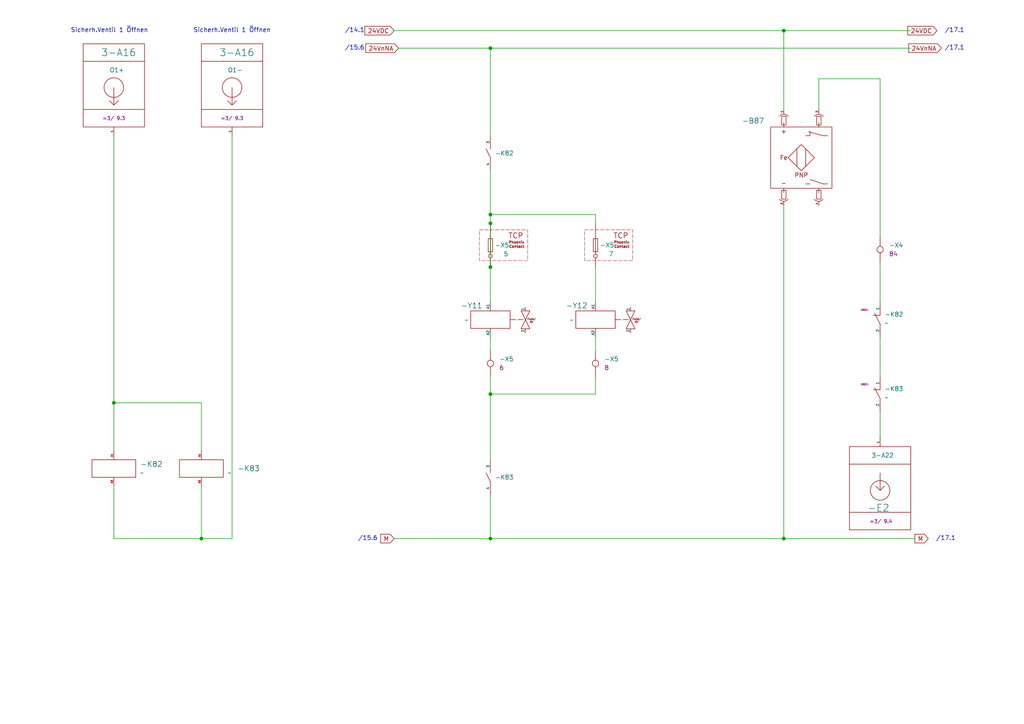
<source format=kicad_sch>
(kicad_sch (version 20250114) (generator "eeschema") (generator_version "9.0")
  (paper "A4")
  (title_block (comment 4 "3"))
  (lib_symbols
    (symbol "TCP_(X)_1" (pin_numbers (hide yes)) (pin_names (offset 0) (hide yes))
      (property "Reference" "-X" (at -9.398 7.366 0))
      (symbol "TCP_(X)_1_0_1"
        (polyline (pts (xy -3.81 -5.334) (xy -3.81 -3.81)))
      )
      (symbol "TCP_(X)_1_1_1"
        (rectangle (start -6.985 4.445) (end 6.985 -4.445) (stroke (width 0.1016) (type dash)))
        (rectangle (start -4.445 1.905) (end -3.175 -1.905))
        (circle (center -3.8101 -3.155) (radius 0.5341))
        (polyline (pts (xy -3.81 5.08) (xy -3.81 -2.54)))
        (text "TCP" (at 3.556 2.794 0) (effects (font (size 1.524 1.524))))
        (text "Phoenix\nContact" (at 6.096 0.254 0) (effects (font (size 0.762 0.762)) (justify right)))
        (pin passive line (at -3.81 6.35 270) (length 1.27) (name "") (number ""))
        (pin passive line (at -3.81 -6.35 90) (length 1.016) (name ".") (number ""))
      )
    )
    (symbol "Verbinder_Standart_einfach_(X)_1" (pin_numbers (hide yes)) (pin_names (offset 0))
      (property "Reference" "-X" (at -4.572 2.794 0))
      (property "Nummer" "x" (at 3.048 3.048 0))
      (symbol "Verbinder_Standart_einfach_(X)_1_0_1"
        (polyline (pts (xy 0 1.27) (xy 0 1.016)))
        (circle (center 0 0) (radius 0.9158))
        (polyline (pts (xy 0 -1.27) (xy 0 -1.016)))
      )
      (symbol "Verbinder_Standart_einfach_(X)_1_1_1"
        (pin passive line (at 0 3.81 270) (length 2.54) (name "") (number ""))
        (pin passive line (at 0 -3.81 90) (length 2.54) (name "") (number ""))
      )
    )
    (symbol "Verbinder_Standart_einfach_(X)_2" (pin_numbers (hide yes)) (pin_names (offset 0))
      (property "Reference" "-X" (at -4.572 2.794 0))
      (property "Nummer" "x" (at 3.048 3.048 0))
      (symbol "Verbinder_Standart_einfach_(X)_2_0_1"
        (polyline (pts (xy 0 1.27) (xy 0 1.016)))
        (circle (center 0 0) (radius 0.9158))
        (polyline (pts (xy 0 -1.27) (xy 0 -1.016)))
      )
      (symbol "Verbinder_Standart_einfach_(X)_2_1_1"
        (pin passive line (at 0 3.81 270) (length 2.54) (name "") (number ""))
        (pin passive line (at 0 -3.81 90) (length 2.54) (name "") (number ""))
      )
    )
    (symbol "standart:PLC_IN_(E)" (on_board no)
      (property "Reference" "-E" (at -6.35 10.16 0))
      (property "Target" "=Gruppe/ Seite.Pfad" (at 0.254 -8.382 0))
      (symbol "PLC_IN_(E)_0_1"
        (rectangle (start -8.89 12.7) (end 8.89 -11.43))
        (polyline (pts (xy -8.89 7.62) (xy 8.89 7.62)))
        (polyline (pts (xy -8.89 -6.35) (xy 8.89 -6.35)))
        (polyline (pts (xy 0 5.08) (xy 0 0) (xy 1.27 1.27) (xy 0 0) (xy -1.27 1.27)))
        (circle (center 0 0) (radius 2.8398))
      )
      (symbol "PLC_IN_(E)_1_1"
        (pin input line (at 0 15.24 270) (length 2.54) (name "") (number "1"))
      )
    )
    (symbol "standart:PLC_OUT_(A)" (on_board no)
      (property "Reference" "-A" (at -6.35 10.16 0))
      (property "Target" "=Gruppe/ Seite.Pfad" (at 0 -8.89 0))
      (symbol "PLC_OUT_(A)_0_1"
        (rectangle (start -8.89 12.7) (end 8.89 -11.43))
        (polyline (pts (xy -8.89 7.62) (xy 8.89 7.62)))
        (polyline (pts (xy -8.89 -6.35) (xy 8.89 -6.35)))
        (polyline (pts (xy 0 0) (xy 0 -5.08) (xy 1.27 -3.81) (xy 0 -5.08) (xy -1.27 -3.81)))
        (circle (center 0 0) (radius 2.8398))
      )
      (symbol "PLC_OUT_(A)_1_1"
        (pin output line (at 0 -13.97 90) (length 2.54) (name "") (number "1"))
      )
    )
    (symbol "standart:Relais_(K)_A1-A2" (pin_names (hide yes))
      (property "Reference" "-K" (at -4.572 5.842 0))
      (symbol "Relais_(K)_A1-A2_0_1"
        (rectangle (start -6.35 2.54) (end 6.35 -2.54))
      )
      (symbol "Relais_(K)_A1-A2_1_1"
        (pin passive line (at 0 5.08 270) (length 2.54) (name "") (number "A1"))
        (pin passive line (at 0 -5.08 90) (length 2.54) (name "") (number "A2"))
      )
    )
    (symbol "standart:Relais_(K)_NC" (pin_numbers (hide yes)) (pin_names (offset 0))
      (property "Reference" "-K" (at -4.572 4.318 0))
      (symbol "Relais_(K)_NC_0_1"
        (polyline (pts (xy 0 1.27) (xy -1.944 1.27)))
        (polyline (pts (xy 0 1.27) (xy 0 1.27)))
        (polyline (pts (xy 0 -1.27) (xy -1.5826 1.7804)))
      )
      (symbol "Relais_(K)_NC_1_1"
        (pin passive line (at 0 5.08 270) (length 3.81) (name "1") (number "1"))
        (pin passive line (at 0 -5.08 90) (length 3.81) (name "2") (number "2"))
      )
    )
    (symbol "standart:Relais_(K)_NO" (pin_numbers (hide yes)) (pin_names (offset 0))
      (property "Reference" "-K" (at -4.318 4.318 0))
      (symbol "Relais_(K)_NO_0_1"
        (polyline (pts (xy 0 1.27) (xy 0 1.27)))
        (polyline (pts (xy 0 -1.27) (xy -1.27 1.27)))
      )
      (symbol "Relais_(K)_NO_1_1"
        (pin passive line (at 0 5.08 270) (length 3.81) (name "3") (number "3"))
        (pin passive line (at 0 -5.08 90) (length 3.81) (name "4") (number "4"))
      )
    )
    (symbol "standart:Sensor_PNP_Fe_(B)_NO_NC"
      (property "Reference" "-B" (at -13.97 10.668 0))
      (symbol "Sensor_PNP_Fe_(B)_NO_NC_0_1"
        (rectangle (start -8.89 8.89) (end 8.89 -8.89))
        (polyline (pts (xy -5.08 8.89) (xy -5.08 10.16)))
        (polyline (pts (xy -5.08 -8.89) (xy -5.08 -10.16)))
        (polyline (pts (xy -3.81 0) (xy 0 3.81) (xy 3.81 0) (xy 0 -3.81) (xy -3.81 0)))
        (polyline (pts (xy -1.27 2.54) (xy -1.27 -2.54)))
        (rectangle (start 0 10.16) (end 0 10.16))
        (polyline (pts (xy 1.27 6.35) (xy 2.54 6.35) (xy 2.54 7.62)))
        (polyline (pts (xy 1.27 2.54) (xy 1.27 -2.54)))
        (polyline (pts (xy 1.27 -7.62) (xy 2.54 -7.62)))
        (rectangle (start 5.08 10.16) (end 5.08 10.16))
        (polyline (pts (xy 5.08 8.89) (xy 5.08 10.16)))
        (polyline (pts (xy 5.08 -8.89) (xy 5.08 -10.16)))
        (polyline (pts (xy 6.35 6.35) (xy 2.1612 7.4737)))
        (polyline (pts (xy 6.35 6.35) (xy 7.62 6.35)))
        (polyline (pts (xy 6.35 -7.62) (xy 2.54 -6.35)))
        (polyline (pts (xy 6.35 -7.62) (xy 7.62 -7.62)))
      )
      (symbol "Sensor_PNP_Fe_(B)_NO_NC_1_1"
        (bezier (pts (xy -6.3012 12.0345) (xy -5.0312 13.3045) (xy -3.7612 12.0345) (xy -3.7612 12.0345)))
        (rectangle (start -5.7031 -9.4835) (end -4.4331 -12.0235) (fill (type color)))
        (rectangle (start -5.6833 12.0107) (end -4.4133 9.4707) (fill (type color)))
        (bezier (pts (xy -3.8638 -12.0969) (xy -5.1338 -13.3669) (xy -6.4038 -12.0969) (xy -6.4038 -12.0969)))
        (bezier (pts (xy 3.8093 11.9806) (xy 5.0793 13.2506) (xy 6.3493 11.9806) (xy 6.3493 11.9806)))
        (rectangle (start 4.4492 -9.4835) (end 5.7192 -12.0235) (fill (type color)))
        (rectangle (start 4.451 11.9632) (end 5.721 9.4232) (fill (type color)))
        (bezier (pts (xy 6.2858 -12.1072) (xy 5.0158 -13.3772) (xy 3.7458 -12.1072) (xy 3.7458 -12.1072)))
        (text "+" (at -5.08 7.62 0) (effects (font (size 1.27 1.27))))
        (text "Fe" (at -5.08 0 0) (effects (font (size 1.27 1.27))))
        (text "-" (at -5.08 -7.366 0) (effects (font (size 1.27 1.27))))
        (text "PNP" (at 0 -5.08 0) (effects (font (size 1.27 1.27))))
        (pin passive line (at -5.08 13.97 270) (length 1.27) (name "") (number "1"))
        (pin passive line (at -5.08 -13.97 90) (length 1.27) (name "") (number "3"))
        (pin passive line (at 5.08 13.97 270) (length 1.27) (name "") (number "2"))
        (pin passive line (at 5.08 -13.97 90) (length 1.27) (name "") (number "4"))
      )
    )
    (symbol "standart:TCP_(X)" (pin_numbers (hide yes)) (pin_names (offset 0) (hide yes))
      (property "Reference" "-X" (at -9.398 7.366 0))
      (symbol "TCP_(X)_0_1"
        (polyline (pts (xy -3.81 -5.334) (xy -3.81 -3.81)))
      )
      (symbol "TCP_(X)_1_1"
        (rectangle (start -6.985 4.445) (end 6.985 -4.445) (stroke (width 0.1016) (type dash)))
        (rectangle (start -4.445 1.905) (end -3.175 -1.905))
        (circle (center -3.8101 -3.155) (radius 0.5341))
        (polyline (pts (xy -3.81 5.08) (xy -3.81 -2.54)))
        (text "TCP" (at 3.556 2.794 0) (effects (font (size 1.524 1.524))))
        (text "Phoenix\nContact" (at 6.096 0.254 0) (effects (font (size 0.762 0.762)) (justify right)))
        (pin passive line (at -3.81 6.35 270) (length 1.27) (name "") (number ""))
        (pin passive line (at -3.81 -6.35 90) (length 1.016) (name ".") (number ""))
      )
    )
    (symbol "standart:Ventil_(Y)" (pin_numbers (hide yes)) (pin_names (offset 0))
      (property "Reference" "-Y" (at -8.636 4.064 0))
      (symbol "Ventil_(Y)_0_1"
        (rectangle (start -5.715 2.54) (end 5.715 -2.54))
      )
      (symbol "Ventil_(Y)_1_1"
        (polyline (pts (xy 5.715 0) (xy 9.525 0)) (stroke (width 0) (type dash)))
        (polyline (pts (xy 10.16 0) (xy 8.8857 -2.6619) (xy 11.4257 -2.6619) (xy 10.16 0) (xy 8.89 2.54) (xy 11.43 2.54) (xy 10.16 0)))
        (text "Fluid/\nAir" (at 11.938 -0.254 0) (effects (font (size 0.508 0.508))))
        (pin passive line (at 0 5.08 270) (length 2.54) (name "A1") (number "A1"))
        (pin passive line (at 0 -5.08 90) (length 2.54) (name "A2") (number "A2"))
        (pin passive line (at 10.16 3.556 270) (length 1.016) (name "1") (number "1"))
        (pin passive line (at 10.16 -3.81 90) (length 1.016) (name "2") (number "2"))
      )
    )
    (symbol "standart:Verbinder_Standart_einfach_(X)" (pin_numbers (hide yes)) (pin_names (offset 0))
      (property "Reference" "-X" (at -4.572 2.794 0))
      (property "Nummer" "x" (at 3.048 3.048 0))
      (symbol "Verbinder_Standart_einfach_(X)_0_1"
        (polyline (pts (xy 0 1.27) (xy 0 1.016)))
        (circle (center 0 0) (radius 0.9158))
        (polyline (pts (xy 0 -1.27) (xy 0 -1.016)))
      )
      (symbol "Verbinder_Standart_einfach_(X)_1_1"
        (pin passive line (at 0 3.81 270) (length 2.54) (name "") (number ""))
        (pin passive line (at 0 -3.81 90) (length 2.54) (name "") (number ""))
      )
    )
  )
  (text "Sicherh.Ventil 1 Öffnen" (at 67.31 8.89 0) (effects (font (size 1.27 1.27))))
  (text "/15.6" (at 102.87 13.97 0) (effects (font (size 1.27 1.27))))
  (text "/15.6\n" (at 106.68 156.21 0) (effects (font (size 1.27 1.27))))
  (text "/17.1" (at 276.86 8.89 0) (effects (font (size 1.27 1.27))))
  (text "/17.1\n" (at 274.32 156.21 0) (effects (font (size 1.27 1.27))))
  (text "/14.1" (at 102.87 8.89 0) (effects (font (size 1.27 1.27))))
  (text "Sicherh.Ventil 1 Öffnen" (at 31.75 8.89 0) (effects (font (size 1.27 1.27))))
  (text "/17.1" (at 276.86 13.97 0) (effects (font (size 1.27 1.27))))
  (junction (at 33.02 116.84))
  (junction (at 142.24 114.3))
  (junction (at 142.24 77.47))
  (junction (at 142.24 156.21))
  (junction (at 227.33 156.21))
  (junction (at 58.42 156.21))
  (junction (at 142.24 62.23))
  (junction (at 142.24 13.97))
  (junction (at 227.33 8.89))
  (junction (at 142.24 64.77))
  (wire (pts (xy 33.02 116.84) (xy 58.42 116.84)))
  (wire (pts (xy 114.3 156.21) (xy 142.24 156.21)))
  (wire (pts (xy 172.72 97.79) (xy 172.72 101.6)))
  (wire (pts (xy 67.31 39.37) (xy 67.31 156.21)))
  (wire (pts (xy 142.24 114.3) (xy 142.24 133.35)))
  (wire (pts (xy 142.24 62.23) (xy 172.72 62.23)))
  (wire (pts (xy 115.57 13.97) (xy 142.24 13.97)))
  (wire (pts (xy 172.72 62.23) (xy 172.72 64.77)))
  (wire (pts (xy 114.3 8.89) (xy 227.33 8.89)))
  (wire (pts (xy 142.24 64.77) (xy 142.24 77.47)))
  (wire (pts (xy 142.24 114.3) (xy 172.72 114.3)))
  (wire (pts (xy 227.33 156.21) (xy 265.43 156.21)))
  (wire (pts (xy 255.27 22.86) (xy 255.27 68.58)))
  (wire (pts (xy 227.33 8.89) (xy 264.16 8.89)))
  (wire (pts (xy 142.24 156.21) (xy 227.33 156.21)))
  (wire (pts (xy 58.42 140.97) (xy 58.42 156.21)))
  (wire (pts (xy 58.42 116.84) (xy 58.42 130.81)))
  (wire (pts (xy 33.02 39.37) (xy 33.02 116.84)))
  (wire (pts (xy 227.33 59.69) (xy 227.33 156.21)))
  (wire (pts (xy 33.02 116.84) (xy 33.02 130.81)))
  (wire (pts (xy 142.24 77.47) (xy 142.24 87.63)))
  (wire (pts (xy 237.49 22.86) (xy 237.49 31.75)))
  (wire (pts (xy 237.49 22.86) (xy 255.27 22.86)))
  (wire (pts (xy 142.24 13.97) (xy 264.16 13.97)))
  (wire (pts (xy 142.24 13.97) (xy 142.24 39.37)))
  (wire (pts (xy 172.72 109.22) (xy 172.72 114.3)))
  (wire (pts (xy 142.24 97.79) (xy 142.24 101.6)))
  (wire (pts (xy 142.24 64.77) (xy 142.24 62.23)))
  (wire (pts (xy 33.02 140.97) (xy 33.02 156.21)))
  (wire (pts (xy 142.24 49.53) (xy 142.24 62.23)))
  (wire (pts (xy 255.27 97.79) (xy 255.27 109.22)))
  (wire (pts (xy 33.02 156.21) (xy 58.42 156.21)))
  (wire (pts (xy 142.24 143.51) (xy 142.24 156.21)))
  (wire (pts (xy 172.72 77.47) (xy 172.72 87.63)))
  (wire (pts (xy 58.42 156.21) (xy 67.31 156.21)))
  (wire (pts (xy 227.33 8.89) (xy 227.33 31.75)))
  (wire (pts (xy 255.27 76.2) (xy 255.27 87.63)))
  (wire (pts (xy 142.24 109.22) (xy 142.24 114.3)))
  (wire (pts (xy 255.27 119.38) (xy 255.27 127)))
  (global_label "24VnNA" (shape input) (at 115.57 13.97 180) (property "Intersheetrefs" "${INTERSHEET_REFS}" (effects (hide yes))))
  (global_label "M" (shape input) (at 269.24 156.21 180) (property "Intersheetrefs" "${INTERSHEET_REFS}" (effects (hide yes))))
  (global_label "24VDC" (shape input) (at 271.78 8.89 180) (property "Intersheetrefs" "${INTERSHEET_REFS}" (effects (hide yes))))
  (global_label "M" (shape input) (at 114.3 156.21 180) (property "Intersheetrefs" "${INTERSHEET_REFS}" (effects (hide yes))))
  (global_label "24VDC" (shape input) (at 114.3 8.89 180) (property "Intersheetrefs" "${INTERSHEET_REFS}" (effects (hide yes))))
  (global_label "24VnNA" (shape input) (at 273.05 13.97 180) (property "Intersheetrefs" "${INTERSHEET_REFS}" (effects (hide yes))))
  (symbol (lib_id "standart:Relais_(K)_A1-A2") (at 33.02 135.89 0) (unit 1)
    (property "Reference" "-K82" (at 40.64 134.6199 0) (effects (font (size 1.524 1.524)) (justify left)))
    (property "Value" "~" (at 40.64 137.1599 0) (effects (justify left)))
  )
  (symbol (lib_id "standart:PLC_OUT_(A)") (at 67.31 25.4 0) (unit 1) (on_board no)
    (property "Reference" "3-A16" (at 63.5 15.24 0) (effects (font (size 2.032 2.032)) (justify left)))
    (property "Value" "O1-" (at 66.04 20.32 0) (effects (justify left)))
    (property "Target" "=3/ 9.3" (at 67.31 34.29 0) (effects (font (size 1.016 1.016))))
  )
  (symbol (lib_id "standart:Sensor_PNP_Fe_(B)_NO_NC") (at 232.41 45.72 0) (unit 1)
    (property "Reference" "-B87" (at 218.44 35.052 0) (effects (font (size 1.524 1.524))))
  )
  (symbol (lib_id "standart:Relais_(K)_NC") (at 255.27 114.3 0) (unit 1)
    (property "Reference" "-K83" (at 256.54 112.7747 0) (effects (justify left)))
    (property "Value" "~" (at 256.54 115.3147 0) (effects (justify left)))
  )
  (symbol (lib_id "standart:TCP_(X)") (at 146.05 71.12 0) (unit 1)
    (property "Reference" "-X5" (at 143.51 71.12 0) (effects (justify left)))
    (property "Value" "5" (at 146.05 73.66 0) (effects (justify left)))
  )
  (symbol (lib_id "standart:Ventil_(Y)") (at 142.24 92.71 0) (unit 1)
    (property "Reference" "-Y11" (at 133.604 88.646 0) (effects (font (size 1.524 1.524)) (justify left)))
    (property "Value" "~" (at 135.89 92.8369 0) (effects (justify right)))
    (property "Description" "Elektromagnetisches Ventil für Hydraulik und Pneumatik" (effects (hide yes)))
  )
  (symbol (lib_id "standart:Relais_(K)_NC") (at 255.27 92.71 0) (unit 1)
    (property "Reference" "-K82" (at 256.54 91.1847 0) (effects (justify left)))
    (property "Value" "~" (at 256.54 93.7247 0) (effects (justify left)))
  )
  (symbol (lib_id "standart:Ventil_(Y)") (at 172.72 92.71 0) (unit 1)
    (property "Reference" "-Y12" (at 164.084 88.646 0) (effects (font (size 1.524 1.524)) (justify left)))
    (property "Value" "~" (at 166.37 92.8369 0) (effects (justify right)))
    (property "Description" "Elektromagnetisches Ventil für Hydraulik und Pneumatik" (effects (hide yes)))
  )
  (symbol (lib_id "standart:Relais_(K)_NO") (at 142.24 138.43 0) (unit 1)
    (property "Reference" "-K83" (at 143.51 138.4299 0) (effects (justify left)))
  )
  (symbol (lib_name "Verbinder_Standart_einfach_(X)_2") (lib_id "standart:Verbinder_Standart_einfach_(X)") (at 255.27 72.39 0) (unit 1)
    (property "Reference" "-X4" (at 257.81 71.1199 0) (effects (justify left)))
    (property "Nummer" "84" (at 257.81 73.6599 0) (effects (justify left)))
  )
  (symbol (lib_name "Verbinder_Standart_einfach_(X)_1") (lib_id "standart:Verbinder_Standart_einfach_(X)") (at 172.72 105.41 0) (unit 1)
    (property "Reference" "-X5" (at 175.26 104.1399 0) (effects (justify left)))
    (property "Nummer" "8" (at 175.26 106.6799 0) (effects (justify left)))
  )
  (symbol (lib_id "standart:PLC_IN_(E)") (at 255.27 142.24 0) (unit 1) (on_board no)
    (property "Reference" "-E2" (at 251.46 147.32 0) (effects (font (size 2.032 2.032)) (justify left)))
    (property "Value" "3-A22" (at 252.73 132.08 0) (effects (justify left)))
    (property "Target" "=3/ 9.4" (at 255.524 150.622 0) (effects (font (size 1.016 1.016)) (justify top)))
  )
  (symbol (lib_id "standart:Relais_(K)_A1-A2") (at 58.42 135.89 0) (unit 1)
    (property "Reference" "-K83" (at 68.834 135.89 0) (effects (font (size 1.524 1.524)) (justify left)))
    (property "Value" "~" (at 66.04 137.1599 0) (effects (justify left)))
  )
  (symbol (lib_id "standart:Verbinder_Standart_einfach_(X)") (at 142.24 105.41 0) (unit 1)
    (property "Reference" "-X5" (at 144.78 104.1399 0) (effects (justify left)))
    (property "Nummer" "6" (at 144.78 106.6799 0) (effects (justify left)))
  )
  (symbol (lib_name "TCP_(X)_1") (lib_id "standart:TCP_(X)") (at 176.53 71.12 0) (unit 1)
    (property "Reference" "-X5" (at 173.99 71.12 0) (effects (justify left)))
    (property "Value" "7" (at 176.53 73.66 0) (effects (justify left)))
  )
  (symbol (lib_id "standart:Relais_(K)_NO") (at 142.24 44.45 0) (unit 1)
    (property "Reference" "-K82" (at 143.51 44.4499 0) (effects (justify left)))
  )
  (symbol (lib_id "standart:PLC_OUT_(A)") (at 33.02 25.4 0) (unit 1) (on_board no)
    (property "Reference" "3-A16" (at 29.21 15.24 0) (effects (font (size 2.032 2.032)) (justify left)))
    (property "Value" "O1+" (at 31.75 20.32 0) (effects (justify left)))
    (property "Target" "=3/ 9.3" (at 33.02 34.29 0) (effects (font (size 1.016 1.016))))
  )
)
</source>
